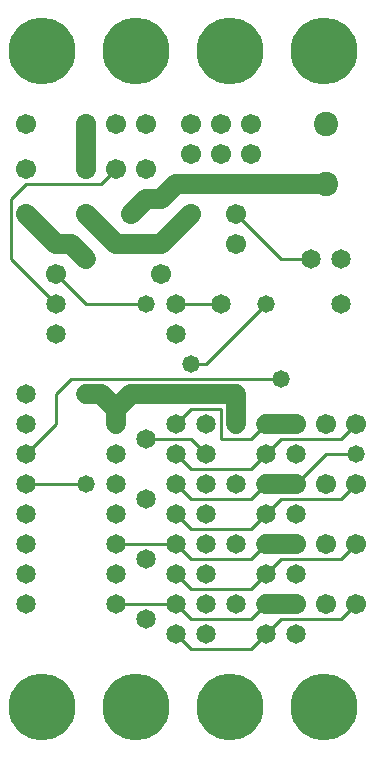
<source format=gbl>
%MOIN*%
%FSLAX25Y25*%
G04 D10 used for Character Trace; *
G04     Circle (OD=.01000) (No hole)*
G04 D11 used for Power Trace; *
G04     Circle (OD=.06700) (No hole)*
G04 D12 used for Signal Trace; *
G04     Circle (OD=.01100) (No hole)*
G04 D13 used for Via; *
G04     Circle (OD=.05800) (Round. Hole ID=.02800)*
G04 D14 used for Component hole; *
G04     Circle (OD=.06500) (Round. Hole ID=.03500)*
G04 D15 used for Component hole; *
G04     Circle (OD=.06700) (Round. Hole ID=.04300)*
G04 D16 used for Component hole; *
G04     Circle (OD=.08100) (Round. Hole ID=.05100)*
G04 D17 used for Component hole; *
G04     Circle (OD=.08900) (Round. Hole ID=.05900)*
G04 D18 used for Component hole; *
G04     Circle (OD=.11300) (Round. Hole ID=.08300)*
G04 D19 used for Component hole; *
G04     Circle (OD=.16000) (Round. Hole ID=.13000)*
G04 D20 used for Component hole; *
G04     Circle (OD=.18300) (Round. Hole ID=.15300)*
G04 D21 used for Component hole; *
G04     Circle (OD=.22291) (Round. Hole ID=.19291)*
%ADD10C,.01000*%
%ADD11C,.06700*%
%ADD12C,.01100*%
%ADD13C,.05800*%
%ADD14C,.06500*%
%ADD15C,.06700*%
%ADD16C,.08100*%
%ADD17C,.08900*%
%ADD18C,.11300*%
%ADD19C,.16000*%
%ADD20C,.18300*%
%ADD21C,.22291*%
%IPPOS*%
%LPD*%
G90*X0Y0D02*D21*X15625Y15625D03*X46875D03*D14*    
X40000Y50000D03*D12*X60000D01*D14*D03*D12*        
X65000Y45000D01*X85000D01*X90000Y50000D01*D14*D03*
D11*X100000D01*D15*D03*D12*X90000Y40000D02*       
X95000Y45000D01*D14*X90000Y40000D03*D12*          
X85000Y35000D01*X65000D01*X60000Y40000D01*D14*D03*
X70000Y50000D03*X50000Y45000D03*X70000Y40000D03*  
D12*X65000Y55000D02*X85000D01*X90000Y60000D01*D14*
D03*D12*X95000Y65000D01*X115000D01*               
X120000Y70000D01*D15*D03*X110000D03*D12*          
X95000Y85000D02*X115000D01*X90000Y80000D02*       
X95000Y85000D01*D14*X90000Y80000D03*D12*          
X85000Y75000D01*X65000D01*X60000Y80000D01*D14*D03*
D12*X65000Y85000D02*X85000D01*X90000Y90000D01*D14*
D03*D11*X100000D01*D15*D03*D12*X110000Y100000D01* 
X120000D01*D13*D03*D12*X95000Y105000D02*          
X115000D01*X90000Y100000D02*X95000Y105000D01*D14* 
X90000Y100000D03*D12*X85000Y95000D01*X65000D01*   
X60000Y100000D01*D14*D03*D12*X70000D02*           
X65000Y105000D01*D14*X70000Y100000D03*D12*        
X75000Y105000D02*X85000D01*X90000Y110000D01*D14*  
D03*D11*X100000D01*D15*D03*X110000D03*D14*        
X100000Y100000D03*D12*X115000Y105000D02*          
X120000Y110000D01*D15*D03*X110000Y90000D03*       
X120000D03*D12*X115000Y85000D01*D15*              
X100000Y70000D03*D11*X90000D01*D14*D03*D12*       
X85000Y65000D01*X65000D01*X60000Y70000D01*D14*D03*
D12*X40000D01*D14*D03*X50000Y65000D03*            
X40000Y80000D03*Y60000D03*X50000Y85000D03*        
X60000Y90000D03*D12*X65000Y85000D01*D14*          
X70000Y80000D03*Y90000D03*X80000Y70000D03*        
Y90000D03*X70000Y70000D03*D12*X75000Y105000D02*   
Y115000D01*X65000D01*X60000Y110000D01*D14*D03*D12*
X50000Y105000D02*X65000D01*D14*X50000D03*D11*     
X40000Y110000D02*Y115000D01*D14*Y110000D03*D11*   
Y115000D02*X45000Y120000D01*X80000D01*Y110000D01* 
D14*D03*X70000D03*D13*X95000Y125000D03*D12*       
X25000D01*X20000Y120000D01*Y110000D01*            
X10000Y100000D01*D14*D03*Y110000D03*Y90000D03*D12*
X30000D01*D13*D03*D14*X40000Y100000D03*Y90000D03* 
X10000Y70000D03*Y80000D03*D11*X40000Y115000D02*   
X35000Y120000D01*X30000D01*D14*D03*X10000D03*     
X20000Y140000D03*X60000Y150000D03*D12*X75000D01*  
D14*D03*D13*X90000D03*D12*X70000Y130000D01*       
X65000D01*D13*D03*D14*X60000Y140000D03*D13*       
X50000Y150000D03*D12*X30000D01*X20000Y160000D01*  
D15*D03*D11*X30000Y165000D02*X25000Y170000D01*D13*
X30000Y165000D03*D11*X20000Y170000D02*X25000D01*  
X20000D02*X10000Y180000D01*D15*D03*D12*           
X5000Y165000D02*Y185000D01*X20000Y150000D02*      
X5000Y165000D01*D14*X20000Y150000D03*D11*         
X40000Y170000D02*X55000D01*X65000Y180000D01*D15*  
D03*D11*X50000Y185000D02*X55000D01*               
X45000Y180000D02*X50000Y185000D01*D15*            
X45000Y180000D03*D12*X10000Y190000D02*X35000D01*  
X5000Y185000D02*X10000Y190000D01*D15*Y195000D03*  
X30000Y210000D03*D11*Y195000D01*D15*D03*D12*      
X35000Y190000D02*X40000Y195000D01*D15*D03*        
X50000D03*D11*X55000Y185000D02*X60000Y190000D01*  
X80000D01*D15*D03*D11*X110000D01*D16*D03*         
Y210000D03*D15*X85000D03*D12*X95000Y165000D02*    
X105000D01*D14*D03*X115000D03*D12*X95000D02*      
X80000Y180000D01*D15*D03*Y170000D03*              
X85000Y200000D03*X75000D03*X65000D03*             
X55000Y160000D03*X50000Y210000D03*X75000D03*      
X65000D03*D14*X115000Y150000D03*D15*              
X40000Y210000D03*D11*Y170000D02*X30000Y180000D01* 
D15*D03*X10000Y210000D03*D21*X78125Y234375D03*    
X46875D03*X15625D03*X109375D03*D14*               
X100000Y80000D03*X10000Y60000D03*X60000D03*D12*   
X65000Y55000D01*D14*X70000Y60000D03*              
X80000Y50000D03*D12*X95000Y45000D02*X115000D01*   
X120000Y50000D01*D15*D03*X110000D03*D14*          
X100000Y60000D03*Y40000D03*D21*X109375Y15625D03*  
X78125D03*D14*X10000Y50000D03*M02*                

</source>
